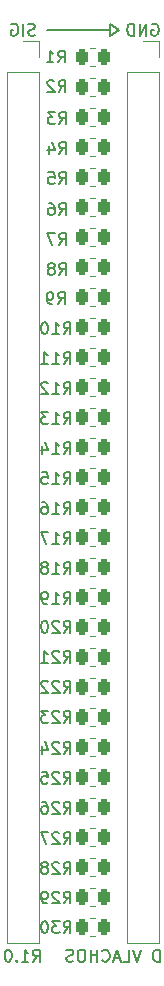
<source format=gbo>
G04 #@! TF.GenerationSoftware,KiCad,Pcbnew,7.0.6*
G04 #@! TF.CreationDate,2024-04-20T21:55:13+01:00*
G04 #@! TF.ProjectId,BreadboardIndicator,42726561-6462-46f6-9172-64496e646963,rev?*
G04 #@! TF.SameCoordinates,Original*
G04 #@! TF.FileFunction,Legend,Bot*
G04 #@! TF.FilePolarity,Positive*
%FSLAX46Y46*%
G04 Gerber Fmt 4.6, Leading zero omitted, Abs format (unit mm)*
G04 Created by KiCad (PCBNEW 7.0.6) date 2024-04-20 21:55:13*
%MOMM*%
%LPD*%
G01*
G04 APERTURE LIST*
G04 Aperture macros list*
%AMRoundRect*
0 Rectangle with rounded corners*
0 $1 Rounding radius*
0 $2 $3 $4 $5 $6 $7 $8 $9 X,Y pos of 4 corners*
0 Add a 4 corners polygon primitive as box body*
4,1,4,$2,$3,$4,$5,$6,$7,$8,$9,$2,$3,0*
0 Add four circle primitives for the rounded corners*
1,1,$1+$1,$2,$3*
1,1,$1+$1,$4,$5*
1,1,$1+$1,$6,$7*
1,1,$1+$1,$8,$9*
0 Add four rect primitives between the rounded corners*
20,1,$1+$1,$2,$3,$4,$5,0*
20,1,$1+$1,$4,$5,$6,$7,0*
20,1,$1+$1,$6,$7,$8,$9,0*
20,1,$1+$1,$8,$9,$2,$3,0*%
G04 Aperture macros list end*
%ADD10C,0.150000*%
%ADD11C,0.120000*%
%ADD12RoundRect,0.250000X-0.262500X-0.450000X0.262500X-0.450000X0.262500X0.450000X-0.262500X0.450000X0*%
%ADD13R,1.700000X1.700000*%
%ADD14O,1.700000X1.700000*%
G04 APERTURE END LIST*
D10*
X108106000Y-67724000D02*
X107344000Y-67216000D01*
X107344000Y-67216000D02*
X107344000Y-68232000D01*
X107344000Y-68232000D02*
X108106000Y-67724000D01*
X107344000Y-67724000D02*
X102010000Y-67724000D01*
X100847792Y-146587819D02*
X101181125Y-146111628D01*
X101419220Y-146587819D02*
X101419220Y-145587819D01*
X101419220Y-145587819D02*
X101038268Y-145587819D01*
X101038268Y-145587819D02*
X100943030Y-145635438D01*
X100943030Y-145635438D02*
X100895411Y-145683057D01*
X100895411Y-145683057D02*
X100847792Y-145778295D01*
X100847792Y-145778295D02*
X100847792Y-145921152D01*
X100847792Y-145921152D02*
X100895411Y-146016390D01*
X100895411Y-146016390D02*
X100943030Y-146064009D01*
X100943030Y-146064009D02*
X101038268Y-146111628D01*
X101038268Y-146111628D02*
X101419220Y-146111628D01*
X99895411Y-146587819D02*
X100466839Y-146587819D01*
X100181125Y-146587819D02*
X100181125Y-145587819D01*
X100181125Y-145587819D02*
X100276363Y-145730676D01*
X100276363Y-145730676D02*
X100371601Y-145825914D01*
X100371601Y-145825914D02*
X100466839Y-145873533D01*
X99466839Y-146492580D02*
X99419220Y-146540200D01*
X99419220Y-146540200D02*
X99466839Y-146587819D01*
X99466839Y-146587819D02*
X99514458Y-146540200D01*
X99514458Y-146540200D02*
X99466839Y-146492580D01*
X99466839Y-146492580D02*
X99466839Y-146587819D01*
X98800173Y-145587819D02*
X98704935Y-145587819D01*
X98704935Y-145587819D02*
X98609697Y-145635438D01*
X98609697Y-145635438D02*
X98562078Y-145683057D01*
X98562078Y-145683057D02*
X98514459Y-145778295D01*
X98514459Y-145778295D02*
X98466840Y-145968771D01*
X98466840Y-145968771D02*
X98466840Y-146206866D01*
X98466840Y-146206866D02*
X98514459Y-146397342D01*
X98514459Y-146397342D02*
X98562078Y-146492580D01*
X98562078Y-146492580D02*
X98609697Y-146540200D01*
X98609697Y-146540200D02*
X98704935Y-146587819D01*
X98704935Y-146587819D02*
X98800173Y-146587819D01*
X98800173Y-146587819D02*
X98895411Y-146540200D01*
X98895411Y-146540200D02*
X98943030Y-146492580D01*
X98943030Y-146492580D02*
X98990649Y-146397342D01*
X98990649Y-146397342D02*
X99038268Y-146206866D01*
X99038268Y-146206866D02*
X99038268Y-145968771D01*
X99038268Y-145968771D02*
X98990649Y-145778295D01*
X98990649Y-145778295D02*
X98943030Y-145683057D01*
X98943030Y-145683057D02*
X98895411Y-145635438D01*
X98895411Y-145635438D02*
X98800173Y-145587819D01*
X111579220Y-146587819D02*
X111579220Y-145587819D01*
X111579220Y-145587819D02*
X111341125Y-145587819D01*
X111341125Y-145587819D02*
X111198268Y-145635438D01*
X111198268Y-145635438D02*
X111103030Y-145730676D01*
X111103030Y-145730676D02*
X111055411Y-145825914D01*
X111055411Y-145825914D02*
X111007792Y-146016390D01*
X111007792Y-146016390D02*
X111007792Y-146159247D01*
X111007792Y-146159247D02*
X111055411Y-146349723D01*
X111055411Y-146349723D02*
X111103030Y-146444961D01*
X111103030Y-146444961D02*
X111198268Y-146540200D01*
X111198268Y-146540200D02*
X111341125Y-146587819D01*
X111341125Y-146587819D02*
X111579220Y-146587819D01*
X109960172Y-145587819D02*
X109626839Y-146587819D01*
X109626839Y-146587819D02*
X109293506Y-145587819D01*
X108483982Y-146587819D02*
X108960172Y-146587819D01*
X108960172Y-146587819D02*
X108960172Y-145587819D01*
X108198267Y-146302104D02*
X107722077Y-146302104D01*
X108293505Y-146587819D02*
X107960172Y-145587819D01*
X107960172Y-145587819D02*
X107626839Y-146587819D01*
X106722077Y-146492580D02*
X106769696Y-146540200D01*
X106769696Y-146540200D02*
X106912553Y-146587819D01*
X106912553Y-146587819D02*
X107007791Y-146587819D01*
X107007791Y-146587819D02*
X107150648Y-146540200D01*
X107150648Y-146540200D02*
X107245886Y-146444961D01*
X107245886Y-146444961D02*
X107293505Y-146349723D01*
X107293505Y-146349723D02*
X107341124Y-146159247D01*
X107341124Y-146159247D02*
X107341124Y-146016390D01*
X107341124Y-146016390D02*
X107293505Y-145825914D01*
X107293505Y-145825914D02*
X107245886Y-145730676D01*
X107245886Y-145730676D02*
X107150648Y-145635438D01*
X107150648Y-145635438D02*
X107007791Y-145587819D01*
X107007791Y-145587819D02*
X106912553Y-145587819D01*
X106912553Y-145587819D02*
X106769696Y-145635438D01*
X106769696Y-145635438D02*
X106722077Y-145683057D01*
X106293505Y-146587819D02*
X106293505Y-145587819D01*
X106293505Y-146064009D02*
X105722077Y-146064009D01*
X105722077Y-146587819D02*
X105722077Y-145587819D01*
X105055410Y-145587819D02*
X104864934Y-145587819D01*
X104864934Y-145587819D02*
X104769696Y-145635438D01*
X104769696Y-145635438D02*
X104674458Y-145730676D01*
X104674458Y-145730676D02*
X104626839Y-145921152D01*
X104626839Y-145921152D02*
X104626839Y-146254485D01*
X104626839Y-146254485D02*
X104674458Y-146444961D01*
X104674458Y-146444961D02*
X104769696Y-146540200D01*
X104769696Y-146540200D02*
X104864934Y-146587819D01*
X104864934Y-146587819D02*
X105055410Y-146587819D01*
X105055410Y-146587819D02*
X105150648Y-146540200D01*
X105150648Y-146540200D02*
X105245886Y-146444961D01*
X105245886Y-146444961D02*
X105293505Y-146254485D01*
X105293505Y-146254485D02*
X105293505Y-145921152D01*
X105293505Y-145921152D02*
X105245886Y-145730676D01*
X105245886Y-145730676D02*
X105150648Y-145635438D01*
X105150648Y-145635438D02*
X105055410Y-145587819D01*
X104245886Y-146540200D02*
X104103029Y-146587819D01*
X104103029Y-146587819D02*
X103864934Y-146587819D01*
X103864934Y-146587819D02*
X103769696Y-146540200D01*
X103769696Y-146540200D02*
X103722077Y-146492580D01*
X103722077Y-146492580D02*
X103674458Y-146397342D01*
X103674458Y-146397342D02*
X103674458Y-146302104D01*
X103674458Y-146302104D02*
X103722077Y-146206866D01*
X103722077Y-146206866D02*
X103769696Y-146159247D01*
X103769696Y-146159247D02*
X103864934Y-146111628D01*
X103864934Y-146111628D02*
X104055410Y-146064009D01*
X104055410Y-146064009D02*
X104150648Y-146016390D01*
X104150648Y-146016390D02*
X104198267Y-145968771D01*
X104198267Y-145968771D02*
X104245886Y-145873533D01*
X104245886Y-145873533D02*
X104245886Y-145778295D01*
X104245886Y-145778295D02*
X104198267Y-145683057D01*
X104198267Y-145683057D02*
X104150648Y-145635438D01*
X104150648Y-145635438D02*
X104055410Y-145587819D01*
X104055410Y-145587819D02*
X103817315Y-145587819D01*
X103817315Y-145587819D02*
X103674458Y-145635438D01*
X103442857Y-144154819D02*
X103776190Y-143678628D01*
X104014285Y-144154819D02*
X104014285Y-143154819D01*
X104014285Y-143154819D02*
X103633333Y-143154819D01*
X103633333Y-143154819D02*
X103538095Y-143202438D01*
X103538095Y-143202438D02*
X103490476Y-143250057D01*
X103490476Y-143250057D02*
X103442857Y-143345295D01*
X103442857Y-143345295D02*
X103442857Y-143488152D01*
X103442857Y-143488152D02*
X103490476Y-143583390D01*
X103490476Y-143583390D02*
X103538095Y-143631009D01*
X103538095Y-143631009D02*
X103633333Y-143678628D01*
X103633333Y-143678628D02*
X104014285Y-143678628D01*
X103109523Y-143154819D02*
X102490476Y-143154819D01*
X102490476Y-143154819D02*
X102823809Y-143535771D01*
X102823809Y-143535771D02*
X102680952Y-143535771D01*
X102680952Y-143535771D02*
X102585714Y-143583390D01*
X102585714Y-143583390D02*
X102538095Y-143631009D01*
X102538095Y-143631009D02*
X102490476Y-143726247D01*
X102490476Y-143726247D02*
X102490476Y-143964342D01*
X102490476Y-143964342D02*
X102538095Y-144059580D01*
X102538095Y-144059580D02*
X102585714Y-144107200D01*
X102585714Y-144107200D02*
X102680952Y-144154819D01*
X102680952Y-144154819D02*
X102966666Y-144154819D01*
X102966666Y-144154819D02*
X103061904Y-144107200D01*
X103061904Y-144107200D02*
X103109523Y-144059580D01*
X101871428Y-143154819D02*
X101776190Y-143154819D01*
X101776190Y-143154819D02*
X101680952Y-143202438D01*
X101680952Y-143202438D02*
X101633333Y-143250057D01*
X101633333Y-143250057D02*
X101585714Y-143345295D01*
X101585714Y-143345295D02*
X101538095Y-143535771D01*
X101538095Y-143535771D02*
X101538095Y-143773866D01*
X101538095Y-143773866D02*
X101585714Y-143964342D01*
X101585714Y-143964342D02*
X101633333Y-144059580D01*
X101633333Y-144059580D02*
X101680952Y-144107200D01*
X101680952Y-144107200D02*
X101776190Y-144154819D01*
X101776190Y-144154819D02*
X101871428Y-144154819D01*
X101871428Y-144154819D02*
X101966666Y-144107200D01*
X101966666Y-144107200D02*
X102014285Y-144059580D01*
X102014285Y-144059580D02*
X102061904Y-143964342D01*
X102061904Y-143964342D02*
X102109523Y-143773866D01*
X102109523Y-143773866D02*
X102109523Y-143535771D01*
X102109523Y-143535771D02*
X102061904Y-143345295D01*
X102061904Y-143345295D02*
X102014285Y-143250057D01*
X102014285Y-143250057D02*
X101966666Y-143202438D01*
X101966666Y-143202438D02*
X101871428Y-143154819D01*
X103442857Y-141654819D02*
X103776190Y-141178628D01*
X104014285Y-141654819D02*
X104014285Y-140654819D01*
X104014285Y-140654819D02*
X103633333Y-140654819D01*
X103633333Y-140654819D02*
X103538095Y-140702438D01*
X103538095Y-140702438D02*
X103490476Y-140750057D01*
X103490476Y-140750057D02*
X103442857Y-140845295D01*
X103442857Y-140845295D02*
X103442857Y-140988152D01*
X103442857Y-140988152D02*
X103490476Y-141083390D01*
X103490476Y-141083390D02*
X103538095Y-141131009D01*
X103538095Y-141131009D02*
X103633333Y-141178628D01*
X103633333Y-141178628D02*
X104014285Y-141178628D01*
X103061904Y-140750057D02*
X103014285Y-140702438D01*
X103014285Y-140702438D02*
X102919047Y-140654819D01*
X102919047Y-140654819D02*
X102680952Y-140654819D01*
X102680952Y-140654819D02*
X102585714Y-140702438D01*
X102585714Y-140702438D02*
X102538095Y-140750057D01*
X102538095Y-140750057D02*
X102490476Y-140845295D01*
X102490476Y-140845295D02*
X102490476Y-140940533D01*
X102490476Y-140940533D02*
X102538095Y-141083390D01*
X102538095Y-141083390D02*
X103109523Y-141654819D01*
X103109523Y-141654819D02*
X102490476Y-141654819D01*
X102014285Y-141654819D02*
X101823809Y-141654819D01*
X101823809Y-141654819D02*
X101728571Y-141607200D01*
X101728571Y-141607200D02*
X101680952Y-141559580D01*
X101680952Y-141559580D02*
X101585714Y-141416723D01*
X101585714Y-141416723D02*
X101538095Y-141226247D01*
X101538095Y-141226247D02*
X101538095Y-140845295D01*
X101538095Y-140845295D02*
X101585714Y-140750057D01*
X101585714Y-140750057D02*
X101633333Y-140702438D01*
X101633333Y-140702438D02*
X101728571Y-140654819D01*
X101728571Y-140654819D02*
X101919047Y-140654819D01*
X101919047Y-140654819D02*
X102014285Y-140702438D01*
X102014285Y-140702438D02*
X102061904Y-140750057D01*
X102061904Y-140750057D02*
X102109523Y-140845295D01*
X102109523Y-140845295D02*
X102109523Y-141083390D01*
X102109523Y-141083390D02*
X102061904Y-141178628D01*
X102061904Y-141178628D02*
X102014285Y-141226247D01*
X102014285Y-141226247D02*
X101919047Y-141273866D01*
X101919047Y-141273866D02*
X101728571Y-141273866D01*
X101728571Y-141273866D02*
X101633333Y-141226247D01*
X101633333Y-141226247D02*
X101585714Y-141178628D01*
X101585714Y-141178628D02*
X101538095Y-141083390D01*
X103442857Y-139154819D02*
X103776190Y-138678628D01*
X104014285Y-139154819D02*
X104014285Y-138154819D01*
X104014285Y-138154819D02*
X103633333Y-138154819D01*
X103633333Y-138154819D02*
X103538095Y-138202438D01*
X103538095Y-138202438D02*
X103490476Y-138250057D01*
X103490476Y-138250057D02*
X103442857Y-138345295D01*
X103442857Y-138345295D02*
X103442857Y-138488152D01*
X103442857Y-138488152D02*
X103490476Y-138583390D01*
X103490476Y-138583390D02*
X103538095Y-138631009D01*
X103538095Y-138631009D02*
X103633333Y-138678628D01*
X103633333Y-138678628D02*
X104014285Y-138678628D01*
X103061904Y-138250057D02*
X103014285Y-138202438D01*
X103014285Y-138202438D02*
X102919047Y-138154819D01*
X102919047Y-138154819D02*
X102680952Y-138154819D01*
X102680952Y-138154819D02*
X102585714Y-138202438D01*
X102585714Y-138202438D02*
X102538095Y-138250057D01*
X102538095Y-138250057D02*
X102490476Y-138345295D01*
X102490476Y-138345295D02*
X102490476Y-138440533D01*
X102490476Y-138440533D02*
X102538095Y-138583390D01*
X102538095Y-138583390D02*
X103109523Y-139154819D01*
X103109523Y-139154819D02*
X102490476Y-139154819D01*
X101919047Y-138583390D02*
X102014285Y-138535771D01*
X102014285Y-138535771D02*
X102061904Y-138488152D01*
X102061904Y-138488152D02*
X102109523Y-138392914D01*
X102109523Y-138392914D02*
X102109523Y-138345295D01*
X102109523Y-138345295D02*
X102061904Y-138250057D01*
X102061904Y-138250057D02*
X102014285Y-138202438D01*
X102014285Y-138202438D02*
X101919047Y-138154819D01*
X101919047Y-138154819D02*
X101728571Y-138154819D01*
X101728571Y-138154819D02*
X101633333Y-138202438D01*
X101633333Y-138202438D02*
X101585714Y-138250057D01*
X101585714Y-138250057D02*
X101538095Y-138345295D01*
X101538095Y-138345295D02*
X101538095Y-138392914D01*
X101538095Y-138392914D02*
X101585714Y-138488152D01*
X101585714Y-138488152D02*
X101633333Y-138535771D01*
X101633333Y-138535771D02*
X101728571Y-138583390D01*
X101728571Y-138583390D02*
X101919047Y-138583390D01*
X101919047Y-138583390D02*
X102014285Y-138631009D01*
X102014285Y-138631009D02*
X102061904Y-138678628D01*
X102061904Y-138678628D02*
X102109523Y-138773866D01*
X102109523Y-138773866D02*
X102109523Y-138964342D01*
X102109523Y-138964342D02*
X102061904Y-139059580D01*
X102061904Y-139059580D02*
X102014285Y-139107200D01*
X102014285Y-139107200D02*
X101919047Y-139154819D01*
X101919047Y-139154819D02*
X101728571Y-139154819D01*
X101728571Y-139154819D02*
X101633333Y-139107200D01*
X101633333Y-139107200D02*
X101585714Y-139059580D01*
X101585714Y-139059580D02*
X101538095Y-138964342D01*
X101538095Y-138964342D02*
X101538095Y-138773866D01*
X101538095Y-138773866D02*
X101585714Y-138678628D01*
X101585714Y-138678628D02*
X101633333Y-138631009D01*
X101633333Y-138631009D02*
X101728571Y-138583390D01*
X103442857Y-136614819D02*
X103776190Y-136138628D01*
X104014285Y-136614819D02*
X104014285Y-135614819D01*
X104014285Y-135614819D02*
X103633333Y-135614819D01*
X103633333Y-135614819D02*
X103538095Y-135662438D01*
X103538095Y-135662438D02*
X103490476Y-135710057D01*
X103490476Y-135710057D02*
X103442857Y-135805295D01*
X103442857Y-135805295D02*
X103442857Y-135948152D01*
X103442857Y-135948152D02*
X103490476Y-136043390D01*
X103490476Y-136043390D02*
X103538095Y-136091009D01*
X103538095Y-136091009D02*
X103633333Y-136138628D01*
X103633333Y-136138628D02*
X104014285Y-136138628D01*
X103061904Y-135710057D02*
X103014285Y-135662438D01*
X103014285Y-135662438D02*
X102919047Y-135614819D01*
X102919047Y-135614819D02*
X102680952Y-135614819D01*
X102680952Y-135614819D02*
X102585714Y-135662438D01*
X102585714Y-135662438D02*
X102538095Y-135710057D01*
X102538095Y-135710057D02*
X102490476Y-135805295D01*
X102490476Y-135805295D02*
X102490476Y-135900533D01*
X102490476Y-135900533D02*
X102538095Y-136043390D01*
X102538095Y-136043390D02*
X103109523Y-136614819D01*
X103109523Y-136614819D02*
X102490476Y-136614819D01*
X102157142Y-135614819D02*
X101490476Y-135614819D01*
X101490476Y-135614819D02*
X101919047Y-136614819D01*
X103442857Y-134054819D02*
X103776190Y-133578628D01*
X104014285Y-134054819D02*
X104014285Y-133054819D01*
X104014285Y-133054819D02*
X103633333Y-133054819D01*
X103633333Y-133054819D02*
X103538095Y-133102438D01*
X103538095Y-133102438D02*
X103490476Y-133150057D01*
X103490476Y-133150057D02*
X103442857Y-133245295D01*
X103442857Y-133245295D02*
X103442857Y-133388152D01*
X103442857Y-133388152D02*
X103490476Y-133483390D01*
X103490476Y-133483390D02*
X103538095Y-133531009D01*
X103538095Y-133531009D02*
X103633333Y-133578628D01*
X103633333Y-133578628D02*
X104014285Y-133578628D01*
X103061904Y-133150057D02*
X103014285Y-133102438D01*
X103014285Y-133102438D02*
X102919047Y-133054819D01*
X102919047Y-133054819D02*
X102680952Y-133054819D01*
X102680952Y-133054819D02*
X102585714Y-133102438D01*
X102585714Y-133102438D02*
X102538095Y-133150057D01*
X102538095Y-133150057D02*
X102490476Y-133245295D01*
X102490476Y-133245295D02*
X102490476Y-133340533D01*
X102490476Y-133340533D02*
X102538095Y-133483390D01*
X102538095Y-133483390D02*
X103109523Y-134054819D01*
X103109523Y-134054819D02*
X102490476Y-134054819D01*
X101633333Y-133054819D02*
X101823809Y-133054819D01*
X101823809Y-133054819D02*
X101919047Y-133102438D01*
X101919047Y-133102438D02*
X101966666Y-133150057D01*
X101966666Y-133150057D02*
X102061904Y-133292914D01*
X102061904Y-133292914D02*
X102109523Y-133483390D01*
X102109523Y-133483390D02*
X102109523Y-133864342D01*
X102109523Y-133864342D02*
X102061904Y-133959580D01*
X102061904Y-133959580D02*
X102014285Y-134007200D01*
X102014285Y-134007200D02*
X101919047Y-134054819D01*
X101919047Y-134054819D02*
X101728571Y-134054819D01*
X101728571Y-134054819D02*
X101633333Y-134007200D01*
X101633333Y-134007200D02*
X101585714Y-133959580D01*
X101585714Y-133959580D02*
X101538095Y-133864342D01*
X101538095Y-133864342D02*
X101538095Y-133626247D01*
X101538095Y-133626247D02*
X101585714Y-133531009D01*
X101585714Y-133531009D02*
X101633333Y-133483390D01*
X101633333Y-133483390D02*
X101728571Y-133435771D01*
X101728571Y-133435771D02*
X101919047Y-133435771D01*
X101919047Y-133435771D02*
X102014285Y-133483390D01*
X102014285Y-133483390D02*
X102061904Y-133531009D01*
X102061904Y-133531009D02*
X102109523Y-133626247D01*
X103442857Y-131514819D02*
X103776190Y-131038628D01*
X104014285Y-131514819D02*
X104014285Y-130514819D01*
X104014285Y-130514819D02*
X103633333Y-130514819D01*
X103633333Y-130514819D02*
X103538095Y-130562438D01*
X103538095Y-130562438D02*
X103490476Y-130610057D01*
X103490476Y-130610057D02*
X103442857Y-130705295D01*
X103442857Y-130705295D02*
X103442857Y-130848152D01*
X103442857Y-130848152D02*
X103490476Y-130943390D01*
X103490476Y-130943390D02*
X103538095Y-130991009D01*
X103538095Y-130991009D02*
X103633333Y-131038628D01*
X103633333Y-131038628D02*
X104014285Y-131038628D01*
X103061904Y-130610057D02*
X103014285Y-130562438D01*
X103014285Y-130562438D02*
X102919047Y-130514819D01*
X102919047Y-130514819D02*
X102680952Y-130514819D01*
X102680952Y-130514819D02*
X102585714Y-130562438D01*
X102585714Y-130562438D02*
X102538095Y-130610057D01*
X102538095Y-130610057D02*
X102490476Y-130705295D01*
X102490476Y-130705295D02*
X102490476Y-130800533D01*
X102490476Y-130800533D02*
X102538095Y-130943390D01*
X102538095Y-130943390D02*
X103109523Y-131514819D01*
X103109523Y-131514819D02*
X102490476Y-131514819D01*
X101585714Y-130514819D02*
X102061904Y-130514819D01*
X102061904Y-130514819D02*
X102109523Y-130991009D01*
X102109523Y-130991009D02*
X102061904Y-130943390D01*
X102061904Y-130943390D02*
X101966666Y-130895771D01*
X101966666Y-130895771D02*
X101728571Y-130895771D01*
X101728571Y-130895771D02*
X101633333Y-130943390D01*
X101633333Y-130943390D02*
X101585714Y-130991009D01*
X101585714Y-130991009D02*
X101538095Y-131086247D01*
X101538095Y-131086247D02*
X101538095Y-131324342D01*
X101538095Y-131324342D02*
X101585714Y-131419580D01*
X101585714Y-131419580D02*
X101633333Y-131467200D01*
X101633333Y-131467200D02*
X101728571Y-131514819D01*
X101728571Y-131514819D02*
X101966666Y-131514819D01*
X101966666Y-131514819D02*
X102061904Y-131467200D01*
X102061904Y-131467200D02*
X102109523Y-131419580D01*
X103442857Y-128974819D02*
X103776190Y-128498628D01*
X104014285Y-128974819D02*
X104014285Y-127974819D01*
X104014285Y-127974819D02*
X103633333Y-127974819D01*
X103633333Y-127974819D02*
X103538095Y-128022438D01*
X103538095Y-128022438D02*
X103490476Y-128070057D01*
X103490476Y-128070057D02*
X103442857Y-128165295D01*
X103442857Y-128165295D02*
X103442857Y-128308152D01*
X103442857Y-128308152D02*
X103490476Y-128403390D01*
X103490476Y-128403390D02*
X103538095Y-128451009D01*
X103538095Y-128451009D02*
X103633333Y-128498628D01*
X103633333Y-128498628D02*
X104014285Y-128498628D01*
X103061904Y-128070057D02*
X103014285Y-128022438D01*
X103014285Y-128022438D02*
X102919047Y-127974819D01*
X102919047Y-127974819D02*
X102680952Y-127974819D01*
X102680952Y-127974819D02*
X102585714Y-128022438D01*
X102585714Y-128022438D02*
X102538095Y-128070057D01*
X102538095Y-128070057D02*
X102490476Y-128165295D01*
X102490476Y-128165295D02*
X102490476Y-128260533D01*
X102490476Y-128260533D02*
X102538095Y-128403390D01*
X102538095Y-128403390D02*
X103109523Y-128974819D01*
X103109523Y-128974819D02*
X102490476Y-128974819D01*
X101633333Y-128308152D02*
X101633333Y-128974819D01*
X101871428Y-127927200D02*
X102109523Y-128641485D01*
X102109523Y-128641485D02*
X101490476Y-128641485D01*
X103442857Y-126354819D02*
X103776190Y-125878628D01*
X104014285Y-126354819D02*
X104014285Y-125354819D01*
X104014285Y-125354819D02*
X103633333Y-125354819D01*
X103633333Y-125354819D02*
X103538095Y-125402438D01*
X103538095Y-125402438D02*
X103490476Y-125450057D01*
X103490476Y-125450057D02*
X103442857Y-125545295D01*
X103442857Y-125545295D02*
X103442857Y-125688152D01*
X103442857Y-125688152D02*
X103490476Y-125783390D01*
X103490476Y-125783390D02*
X103538095Y-125831009D01*
X103538095Y-125831009D02*
X103633333Y-125878628D01*
X103633333Y-125878628D02*
X104014285Y-125878628D01*
X103061904Y-125450057D02*
X103014285Y-125402438D01*
X103014285Y-125402438D02*
X102919047Y-125354819D01*
X102919047Y-125354819D02*
X102680952Y-125354819D01*
X102680952Y-125354819D02*
X102585714Y-125402438D01*
X102585714Y-125402438D02*
X102538095Y-125450057D01*
X102538095Y-125450057D02*
X102490476Y-125545295D01*
X102490476Y-125545295D02*
X102490476Y-125640533D01*
X102490476Y-125640533D02*
X102538095Y-125783390D01*
X102538095Y-125783390D02*
X103109523Y-126354819D01*
X103109523Y-126354819D02*
X102490476Y-126354819D01*
X102157142Y-125354819D02*
X101538095Y-125354819D01*
X101538095Y-125354819D02*
X101871428Y-125735771D01*
X101871428Y-125735771D02*
X101728571Y-125735771D01*
X101728571Y-125735771D02*
X101633333Y-125783390D01*
X101633333Y-125783390D02*
X101585714Y-125831009D01*
X101585714Y-125831009D02*
X101538095Y-125926247D01*
X101538095Y-125926247D02*
X101538095Y-126164342D01*
X101538095Y-126164342D02*
X101585714Y-126259580D01*
X101585714Y-126259580D02*
X101633333Y-126307200D01*
X101633333Y-126307200D02*
X101728571Y-126354819D01*
X101728571Y-126354819D02*
X102014285Y-126354819D01*
X102014285Y-126354819D02*
X102109523Y-126307200D01*
X102109523Y-126307200D02*
X102157142Y-126259580D01*
X103442857Y-123814819D02*
X103776190Y-123338628D01*
X104014285Y-123814819D02*
X104014285Y-122814819D01*
X104014285Y-122814819D02*
X103633333Y-122814819D01*
X103633333Y-122814819D02*
X103538095Y-122862438D01*
X103538095Y-122862438D02*
X103490476Y-122910057D01*
X103490476Y-122910057D02*
X103442857Y-123005295D01*
X103442857Y-123005295D02*
X103442857Y-123148152D01*
X103442857Y-123148152D02*
X103490476Y-123243390D01*
X103490476Y-123243390D02*
X103538095Y-123291009D01*
X103538095Y-123291009D02*
X103633333Y-123338628D01*
X103633333Y-123338628D02*
X104014285Y-123338628D01*
X103061904Y-122910057D02*
X103014285Y-122862438D01*
X103014285Y-122862438D02*
X102919047Y-122814819D01*
X102919047Y-122814819D02*
X102680952Y-122814819D01*
X102680952Y-122814819D02*
X102585714Y-122862438D01*
X102585714Y-122862438D02*
X102538095Y-122910057D01*
X102538095Y-122910057D02*
X102490476Y-123005295D01*
X102490476Y-123005295D02*
X102490476Y-123100533D01*
X102490476Y-123100533D02*
X102538095Y-123243390D01*
X102538095Y-123243390D02*
X103109523Y-123814819D01*
X103109523Y-123814819D02*
X102490476Y-123814819D01*
X102109523Y-122910057D02*
X102061904Y-122862438D01*
X102061904Y-122862438D02*
X101966666Y-122814819D01*
X101966666Y-122814819D02*
X101728571Y-122814819D01*
X101728571Y-122814819D02*
X101633333Y-122862438D01*
X101633333Y-122862438D02*
X101585714Y-122910057D01*
X101585714Y-122910057D02*
X101538095Y-123005295D01*
X101538095Y-123005295D02*
X101538095Y-123100533D01*
X101538095Y-123100533D02*
X101585714Y-123243390D01*
X101585714Y-123243390D02*
X102157142Y-123814819D01*
X102157142Y-123814819D02*
X101538095Y-123814819D01*
X103442857Y-121274819D02*
X103776190Y-120798628D01*
X104014285Y-121274819D02*
X104014285Y-120274819D01*
X104014285Y-120274819D02*
X103633333Y-120274819D01*
X103633333Y-120274819D02*
X103538095Y-120322438D01*
X103538095Y-120322438D02*
X103490476Y-120370057D01*
X103490476Y-120370057D02*
X103442857Y-120465295D01*
X103442857Y-120465295D02*
X103442857Y-120608152D01*
X103442857Y-120608152D02*
X103490476Y-120703390D01*
X103490476Y-120703390D02*
X103538095Y-120751009D01*
X103538095Y-120751009D02*
X103633333Y-120798628D01*
X103633333Y-120798628D02*
X104014285Y-120798628D01*
X103061904Y-120370057D02*
X103014285Y-120322438D01*
X103014285Y-120322438D02*
X102919047Y-120274819D01*
X102919047Y-120274819D02*
X102680952Y-120274819D01*
X102680952Y-120274819D02*
X102585714Y-120322438D01*
X102585714Y-120322438D02*
X102538095Y-120370057D01*
X102538095Y-120370057D02*
X102490476Y-120465295D01*
X102490476Y-120465295D02*
X102490476Y-120560533D01*
X102490476Y-120560533D02*
X102538095Y-120703390D01*
X102538095Y-120703390D02*
X103109523Y-121274819D01*
X103109523Y-121274819D02*
X102490476Y-121274819D01*
X101538095Y-121274819D02*
X102109523Y-121274819D01*
X101823809Y-121274819D02*
X101823809Y-120274819D01*
X101823809Y-120274819D02*
X101919047Y-120417676D01*
X101919047Y-120417676D02*
X102014285Y-120512914D01*
X102014285Y-120512914D02*
X102109523Y-120560533D01*
X103442857Y-118734819D02*
X103776190Y-118258628D01*
X104014285Y-118734819D02*
X104014285Y-117734819D01*
X104014285Y-117734819D02*
X103633333Y-117734819D01*
X103633333Y-117734819D02*
X103538095Y-117782438D01*
X103538095Y-117782438D02*
X103490476Y-117830057D01*
X103490476Y-117830057D02*
X103442857Y-117925295D01*
X103442857Y-117925295D02*
X103442857Y-118068152D01*
X103442857Y-118068152D02*
X103490476Y-118163390D01*
X103490476Y-118163390D02*
X103538095Y-118211009D01*
X103538095Y-118211009D02*
X103633333Y-118258628D01*
X103633333Y-118258628D02*
X104014285Y-118258628D01*
X103061904Y-117830057D02*
X103014285Y-117782438D01*
X103014285Y-117782438D02*
X102919047Y-117734819D01*
X102919047Y-117734819D02*
X102680952Y-117734819D01*
X102680952Y-117734819D02*
X102585714Y-117782438D01*
X102585714Y-117782438D02*
X102538095Y-117830057D01*
X102538095Y-117830057D02*
X102490476Y-117925295D01*
X102490476Y-117925295D02*
X102490476Y-118020533D01*
X102490476Y-118020533D02*
X102538095Y-118163390D01*
X102538095Y-118163390D02*
X103109523Y-118734819D01*
X103109523Y-118734819D02*
X102490476Y-118734819D01*
X101871428Y-117734819D02*
X101776190Y-117734819D01*
X101776190Y-117734819D02*
X101680952Y-117782438D01*
X101680952Y-117782438D02*
X101633333Y-117830057D01*
X101633333Y-117830057D02*
X101585714Y-117925295D01*
X101585714Y-117925295D02*
X101538095Y-118115771D01*
X101538095Y-118115771D02*
X101538095Y-118353866D01*
X101538095Y-118353866D02*
X101585714Y-118544342D01*
X101585714Y-118544342D02*
X101633333Y-118639580D01*
X101633333Y-118639580D02*
X101680952Y-118687200D01*
X101680952Y-118687200D02*
X101776190Y-118734819D01*
X101776190Y-118734819D02*
X101871428Y-118734819D01*
X101871428Y-118734819D02*
X101966666Y-118687200D01*
X101966666Y-118687200D02*
X102014285Y-118639580D01*
X102014285Y-118639580D02*
X102061904Y-118544342D01*
X102061904Y-118544342D02*
X102109523Y-118353866D01*
X102109523Y-118353866D02*
X102109523Y-118115771D01*
X102109523Y-118115771D02*
X102061904Y-117925295D01*
X102061904Y-117925295D02*
X102014285Y-117830057D01*
X102014285Y-117830057D02*
X101966666Y-117782438D01*
X101966666Y-117782438D02*
X101871428Y-117734819D01*
X103442857Y-116294819D02*
X103776190Y-115818628D01*
X104014285Y-116294819D02*
X104014285Y-115294819D01*
X104014285Y-115294819D02*
X103633333Y-115294819D01*
X103633333Y-115294819D02*
X103538095Y-115342438D01*
X103538095Y-115342438D02*
X103490476Y-115390057D01*
X103490476Y-115390057D02*
X103442857Y-115485295D01*
X103442857Y-115485295D02*
X103442857Y-115628152D01*
X103442857Y-115628152D02*
X103490476Y-115723390D01*
X103490476Y-115723390D02*
X103538095Y-115771009D01*
X103538095Y-115771009D02*
X103633333Y-115818628D01*
X103633333Y-115818628D02*
X104014285Y-115818628D01*
X102490476Y-116294819D02*
X103061904Y-116294819D01*
X102776190Y-116294819D02*
X102776190Y-115294819D01*
X102776190Y-115294819D02*
X102871428Y-115437676D01*
X102871428Y-115437676D02*
X102966666Y-115532914D01*
X102966666Y-115532914D02*
X103061904Y-115580533D01*
X102014285Y-116294819D02*
X101823809Y-116294819D01*
X101823809Y-116294819D02*
X101728571Y-116247200D01*
X101728571Y-116247200D02*
X101680952Y-116199580D01*
X101680952Y-116199580D02*
X101585714Y-116056723D01*
X101585714Y-116056723D02*
X101538095Y-115866247D01*
X101538095Y-115866247D02*
X101538095Y-115485295D01*
X101538095Y-115485295D02*
X101585714Y-115390057D01*
X101585714Y-115390057D02*
X101633333Y-115342438D01*
X101633333Y-115342438D02*
X101728571Y-115294819D01*
X101728571Y-115294819D02*
X101919047Y-115294819D01*
X101919047Y-115294819D02*
X102014285Y-115342438D01*
X102014285Y-115342438D02*
X102061904Y-115390057D01*
X102061904Y-115390057D02*
X102109523Y-115485295D01*
X102109523Y-115485295D02*
X102109523Y-115723390D01*
X102109523Y-115723390D02*
X102061904Y-115818628D01*
X102061904Y-115818628D02*
X102014285Y-115866247D01*
X102014285Y-115866247D02*
X101919047Y-115913866D01*
X101919047Y-115913866D02*
X101728571Y-115913866D01*
X101728571Y-115913866D02*
X101633333Y-115866247D01*
X101633333Y-115866247D02*
X101585714Y-115818628D01*
X101585714Y-115818628D02*
X101538095Y-115723390D01*
X103442857Y-113754819D02*
X103776190Y-113278628D01*
X104014285Y-113754819D02*
X104014285Y-112754819D01*
X104014285Y-112754819D02*
X103633333Y-112754819D01*
X103633333Y-112754819D02*
X103538095Y-112802438D01*
X103538095Y-112802438D02*
X103490476Y-112850057D01*
X103490476Y-112850057D02*
X103442857Y-112945295D01*
X103442857Y-112945295D02*
X103442857Y-113088152D01*
X103442857Y-113088152D02*
X103490476Y-113183390D01*
X103490476Y-113183390D02*
X103538095Y-113231009D01*
X103538095Y-113231009D02*
X103633333Y-113278628D01*
X103633333Y-113278628D02*
X104014285Y-113278628D01*
X102490476Y-113754819D02*
X103061904Y-113754819D01*
X102776190Y-113754819D02*
X102776190Y-112754819D01*
X102776190Y-112754819D02*
X102871428Y-112897676D01*
X102871428Y-112897676D02*
X102966666Y-112992914D01*
X102966666Y-112992914D02*
X103061904Y-113040533D01*
X101919047Y-113183390D02*
X102014285Y-113135771D01*
X102014285Y-113135771D02*
X102061904Y-113088152D01*
X102061904Y-113088152D02*
X102109523Y-112992914D01*
X102109523Y-112992914D02*
X102109523Y-112945295D01*
X102109523Y-112945295D02*
X102061904Y-112850057D01*
X102061904Y-112850057D02*
X102014285Y-112802438D01*
X102014285Y-112802438D02*
X101919047Y-112754819D01*
X101919047Y-112754819D02*
X101728571Y-112754819D01*
X101728571Y-112754819D02*
X101633333Y-112802438D01*
X101633333Y-112802438D02*
X101585714Y-112850057D01*
X101585714Y-112850057D02*
X101538095Y-112945295D01*
X101538095Y-112945295D02*
X101538095Y-112992914D01*
X101538095Y-112992914D02*
X101585714Y-113088152D01*
X101585714Y-113088152D02*
X101633333Y-113135771D01*
X101633333Y-113135771D02*
X101728571Y-113183390D01*
X101728571Y-113183390D02*
X101919047Y-113183390D01*
X101919047Y-113183390D02*
X102014285Y-113231009D01*
X102014285Y-113231009D02*
X102061904Y-113278628D01*
X102061904Y-113278628D02*
X102109523Y-113373866D01*
X102109523Y-113373866D02*
X102109523Y-113564342D01*
X102109523Y-113564342D02*
X102061904Y-113659580D01*
X102061904Y-113659580D02*
X102014285Y-113707200D01*
X102014285Y-113707200D02*
X101919047Y-113754819D01*
X101919047Y-113754819D02*
X101728571Y-113754819D01*
X101728571Y-113754819D02*
X101633333Y-113707200D01*
X101633333Y-113707200D02*
X101585714Y-113659580D01*
X101585714Y-113659580D02*
X101538095Y-113564342D01*
X101538095Y-113564342D02*
X101538095Y-113373866D01*
X101538095Y-113373866D02*
X101585714Y-113278628D01*
X101585714Y-113278628D02*
X101633333Y-113231009D01*
X101633333Y-113231009D02*
X101728571Y-113183390D01*
X103442857Y-111214819D02*
X103776190Y-110738628D01*
X104014285Y-111214819D02*
X104014285Y-110214819D01*
X104014285Y-110214819D02*
X103633333Y-110214819D01*
X103633333Y-110214819D02*
X103538095Y-110262438D01*
X103538095Y-110262438D02*
X103490476Y-110310057D01*
X103490476Y-110310057D02*
X103442857Y-110405295D01*
X103442857Y-110405295D02*
X103442857Y-110548152D01*
X103442857Y-110548152D02*
X103490476Y-110643390D01*
X103490476Y-110643390D02*
X103538095Y-110691009D01*
X103538095Y-110691009D02*
X103633333Y-110738628D01*
X103633333Y-110738628D02*
X104014285Y-110738628D01*
X102490476Y-111214819D02*
X103061904Y-111214819D01*
X102776190Y-111214819D02*
X102776190Y-110214819D01*
X102776190Y-110214819D02*
X102871428Y-110357676D01*
X102871428Y-110357676D02*
X102966666Y-110452914D01*
X102966666Y-110452914D02*
X103061904Y-110500533D01*
X102157142Y-110214819D02*
X101490476Y-110214819D01*
X101490476Y-110214819D02*
X101919047Y-111214819D01*
X103442857Y-108674819D02*
X103776190Y-108198628D01*
X104014285Y-108674819D02*
X104014285Y-107674819D01*
X104014285Y-107674819D02*
X103633333Y-107674819D01*
X103633333Y-107674819D02*
X103538095Y-107722438D01*
X103538095Y-107722438D02*
X103490476Y-107770057D01*
X103490476Y-107770057D02*
X103442857Y-107865295D01*
X103442857Y-107865295D02*
X103442857Y-108008152D01*
X103442857Y-108008152D02*
X103490476Y-108103390D01*
X103490476Y-108103390D02*
X103538095Y-108151009D01*
X103538095Y-108151009D02*
X103633333Y-108198628D01*
X103633333Y-108198628D02*
X104014285Y-108198628D01*
X102490476Y-108674819D02*
X103061904Y-108674819D01*
X102776190Y-108674819D02*
X102776190Y-107674819D01*
X102776190Y-107674819D02*
X102871428Y-107817676D01*
X102871428Y-107817676D02*
X102966666Y-107912914D01*
X102966666Y-107912914D02*
X103061904Y-107960533D01*
X101633333Y-107674819D02*
X101823809Y-107674819D01*
X101823809Y-107674819D02*
X101919047Y-107722438D01*
X101919047Y-107722438D02*
X101966666Y-107770057D01*
X101966666Y-107770057D02*
X102061904Y-107912914D01*
X102061904Y-107912914D02*
X102109523Y-108103390D01*
X102109523Y-108103390D02*
X102109523Y-108484342D01*
X102109523Y-108484342D02*
X102061904Y-108579580D01*
X102061904Y-108579580D02*
X102014285Y-108627200D01*
X102014285Y-108627200D02*
X101919047Y-108674819D01*
X101919047Y-108674819D02*
X101728571Y-108674819D01*
X101728571Y-108674819D02*
X101633333Y-108627200D01*
X101633333Y-108627200D02*
X101585714Y-108579580D01*
X101585714Y-108579580D02*
X101538095Y-108484342D01*
X101538095Y-108484342D02*
X101538095Y-108246247D01*
X101538095Y-108246247D02*
X101585714Y-108151009D01*
X101585714Y-108151009D02*
X101633333Y-108103390D01*
X101633333Y-108103390D02*
X101728571Y-108055771D01*
X101728571Y-108055771D02*
X101919047Y-108055771D01*
X101919047Y-108055771D02*
X102014285Y-108103390D01*
X102014285Y-108103390D02*
X102061904Y-108151009D01*
X102061904Y-108151009D02*
X102109523Y-108246247D01*
X103442857Y-106154819D02*
X103776190Y-105678628D01*
X104014285Y-106154819D02*
X104014285Y-105154819D01*
X104014285Y-105154819D02*
X103633333Y-105154819D01*
X103633333Y-105154819D02*
X103538095Y-105202438D01*
X103538095Y-105202438D02*
X103490476Y-105250057D01*
X103490476Y-105250057D02*
X103442857Y-105345295D01*
X103442857Y-105345295D02*
X103442857Y-105488152D01*
X103442857Y-105488152D02*
X103490476Y-105583390D01*
X103490476Y-105583390D02*
X103538095Y-105631009D01*
X103538095Y-105631009D02*
X103633333Y-105678628D01*
X103633333Y-105678628D02*
X104014285Y-105678628D01*
X102490476Y-106154819D02*
X103061904Y-106154819D01*
X102776190Y-106154819D02*
X102776190Y-105154819D01*
X102776190Y-105154819D02*
X102871428Y-105297676D01*
X102871428Y-105297676D02*
X102966666Y-105392914D01*
X102966666Y-105392914D02*
X103061904Y-105440533D01*
X101585714Y-105154819D02*
X102061904Y-105154819D01*
X102061904Y-105154819D02*
X102109523Y-105631009D01*
X102109523Y-105631009D02*
X102061904Y-105583390D01*
X102061904Y-105583390D02*
X101966666Y-105535771D01*
X101966666Y-105535771D02*
X101728571Y-105535771D01*
X101728571Y-105535771D02*
X101633333Y-105583390D01*
X101633333Y-105583390D02*
X101585714Y-105631009D01*
X101585714Y-105631009D02*
X101538095Y-105726247D01*
X101538095Y-105726247D02*
X101538095Y-105964342D01*
X101538095Y-105964342D02*
X101585714Y-106059580D01*
X101585714Y-106059580D02*
X101633333Y-106107200D01*
X101633333Y-106107200D02*
X101728571Y-106154819D01*
X101728571Y-106154819D02*
X101966666Y-106154819D01*
X101966666Y-106154819D02*
X102061904Y-106107200D01*
X102061904Y-106107200D02*
X102109523Y-106059580D01*
X103442857Y-103614819D02*
X103776190Y-103138628D01*
X104014285Y-103614819D02*
X104014285Y-102614819D01*
X104014285Y-102614819D02*
X103633333Y-102614819D01*
X103633333Y-102614819D02*
X103538095Y-102662438D01*
X103538095Y-102662438D02*
X103490476Y-102710057D01*
X103490476Y-102710057D02*
X103442857Y-102805295D01*
X103442857Y-102805295D02*
X103442857Y-102948152D01*
X103442857Y-102948152D02*
X103490476Y-103043390D01*
X103490476Y-103043390D02*
X103538095Y-103091009D01*
X103538095Y-103091009D02*
X103633333Y-103138628D01*
X103633333Y-103138628D02*
X104014285Y-103138628D01*
X102490476Y-103614819D02*
X103061904Y-103614819D01*
X102776190Y-103614819D02*
X102776190Y-102614819D01*
X102776190Y-102614819D02*
X102871428Y-102757676D01*
X102871428Y-102757676D02*
X102966666Y-102852914D01*
X102966666Y-102852914D02*
X103061904Y-102900533D01*
X101633333Y-102948152D02*
X101633333Y-103614819D01*
X101871428Y-102567200D02*
X102109523Y-103281485D01*
X102109523Y-103281485D02*
X101490476Y-103281485D01*
X103442857Y-101054819D02*
X103776190Y-100578628D01*
X104014285Y-101054819D02*
X104014285Y-100054819D01*
X104014285Y-100054819D02*
X103633333Y-100054819D01*
X103633333Y-100054819D02*
X103538095Y-100102438D01*
X103538095Y-100102438D02*
X103490476Y-100150057D01*
X103490476Y-100150057D02*
X103442857Y-100245295D01*
X103442857Y-100245295D02*
X103442857Y-100388152D01*
X103442857Y-100388152D02*
X103490476Y-100483390D01*
X103490476Y-100483390D02*
X103538095Y-100531009D01*
X103538095Y-100531009D02*
X103633333Y-100578628D01*
X103633333Y-100578628D02*
X104014285Y-100578628D01*
X102490476Y-101054819D02*
X103061904Y-101054819D01*
X102776190Y-101054819D02*
X102776190Y-100054819D01*
X102776190Y-100054819D02*
X102871428Y-100197676D01*
X102871428Y-100197676D02*
X102966666Y-100292914D01*
X102966666Y-100292914D02*
X103061904Y-100340533D01*
X102157142Y-100054819D02*
X101538095Y-100054819D01*
X101538095Y-100054819D02*
X101871428Y-100435771D01*
X101871428Y-100435771D02*
X101728571Y-100435771D01*
X101728571Y-100435771D02*
X101633333Y-100483390D01*
X101633333Y-100483390D02*
X101585714Y-100531009D01*
X101585714Y-100531009D02*
X101538095Y-100626247D01*
X101538095Y-100626247D02*
X101538095Y-100864342D01*
X101538095Y-100864342D02*
X101585714Y-100959580D01*
X101585714Y-100959580D02*
X101633333Y-101007200D01*
X101633333Y-101007200D02*
X101728571Y-101054819D01*
X101728571Y-101054819D02*
X102014285Y-101054819D01*
X102014285Y-101054819D02*
X102109523Y-101007200D01*
X102109523Y-101007200D02*
X102157142Y-100959580D01*
X103442857Y-98514819D02*
X103776190Y-98038628D01*
X104014285Y-98514819D02*
X104014285Y-97514819D01*
X104014285Y-97514819D02*
X103633333Y-97514819D01*
X103633333Y-97514819D02*
X103538095Y-97562438D01*
X103538095Y-97562438D02*
X103490476Y-97610057D01*
X103490476Y-97610057D02*
X103442857Y-97705295D01*
X103442857Y-97705295D02*
X103442857Y-97848152D01*
X103442857Y-97848152D02*
X103490476Y-97943390D01*
X103490476Y-97943390D02*
X103538095Y-97991009D01*
X103538095Y-97991009D02*
X103633333Y-98038628D01*
X103633333Y-98038628D02*
X104014285Y-98038628D01*
X102490476Y-98514819D02*
X103061904Y-98514819D01*
X102776190Y-98514819D02*
X102776190Y-97514819D01*
X102776190Y-97514819D02*
X102871428Y-97657676D01*
X102871428Y-97657676D02*
X102966666Y-97752914D01*
X102966666Y-97752914D02*
X103061904Y-97800533D01*
X102109523Y-97610057D02*
X102061904Y-97562438D01*
X102061904Y-97562438D02*
X101966666Y-97514819D01*
X101966666Y-97514819D02*
X101728571Y-97514819D01*
X101728571Y-97514819D02*
X101633333Y-97562438D01*
X101633333Y-97562438D02*
X101585714Y-97610057D01*
X101585714Y-97610057D02*
X101538095Y-97705295D01*
X101538095Y-97705295D02*
X101538095Y-97800533D01*
X101538095Y-97800533D02*
X101585714Y-97943390D01*
X101585714Y-97943390D02*
X102157142Y-98514819D01*
X102157142Y-98514819D02*
X101538095Y-98514819D01*
X103442857Y-95974819D02*
X103776190Y-95498628D01*
X104014285Y-95974819D02*
X104014285Y-94974819D01*
X104014285Y-94974819D02*
X103633333Y-94974819D01*
X103633333Y-94974819D02*
X103538095Y-95022438D01*
X103538095Y-95022438D02*
X103490476Y-95070057D01*
X103490476Y-95070057D02*
X103442857Y-95165295D01*
X103442857Y-95165295D02*
X103442857Y-95308152D01*
X103442857Y-95308152D02*
X103490476Y-95403390D01*
X103490476Y-95403390D02*
X103538095Y-95451009D01*
X103538095Y-95451009D02*
X103633333Y-95498628D01*
X103633333Y-95498628D02*
X104014285Y-95498628D01*
X102490476Y-95974819D02*
X103061904Y-95974819D01*
X102776190Y-95974819D02*
X102776190Y-94974819D01*
X102776190Y-94974819D02*
X102871428Y-95117676D01*
X102871428Y-95117676D02*
X102966666Y-95212914D01*
X102966666Y-95212914D02*
X103061904Y-95260533D01*
X101538095Y-95974819D02*
X102109523Y-95974819D01*
X101823809Y-95974819D02*
X101823809Y-94974819D01*
X101823809Y-94974819D02*
X101919047Y-95117676D01*
X101919047Y-95117676D02*
X102014285Y-95212914D01*
X102014285Y-95212914D02*
X102109523Y-95260533D01*
X103442857Y-93454819D02*
X103776190Y-92978628D01*
X104014285Y-93454819D02*
X104014285Y-92454819D01*
X104014285Y-92454819D02*
X103633333Y-92454819D01*
X103633333Y-92454819D02*
X103538095Y-92502438D01*
X103538095Y-92502438D02*
X103490476Y-92550057D01*
X103490476Y-92550057D02*
X103442857Y-92645295D01*
X103442857Y-92645295D02*
X103442857Y-92788152D01*
X103442857Y-92788152D02*
X103490476Y-92883390D01*
X103490476Y-92883390D02*
X103538095Y-92931009D01*
X103538095Y-92931009D02*
X103633333Y-92978628D01*
X103633333Y-92978628D02*
X104014285Y-92978628D01*
X102490476Y-93454819D02*
X103061904Y-93454819D01*
X102776190Y-93454819D02*
X102776190Y-92454819D01*
X102776190Y-92454819D02*
X102871428Y-92597676D01*
X102871428Y-92597676D02*
X102966666Y-92692914D01*
X102966666Y-92692914D02*
X103061904Y-92740533D01*
X101871428Y-92454819D02*
X101776190Y-92454819D01*
X101776190Y-92454819D02*
X101680952Y-92502438D01*
X101680952Y-92502438D02*
X101633333Y-92550057D01*
X101633333Y-92550057D02*
X101585714Y-92645295D01*
X101585714Y-92645295D02*
X101538095Y-92835771D01*
X101538095Y-92835771D02*
X101538095Y-93073866D01*
X101538095Y-93073866D02*
X101585714Y-93264342D01*
X101585714Y-93264342D02*
X101633333Y-93359580D01*
X101633333Y-93359580D02*
X101680952Y-93407200D01*
X101680952Y-93407200D02*
X101776190Y-93454819D01*
X101776190Y-93454819D02*
X101871428Y-93454819D01*
X101871428Y-93454819D02*
X101966666Y-93407200D01*
X101966666Y-93407200D02*
X102014285Y-93359580D01*
X102014285Y-93359580D02*
X102061904Y-93264342D01*
X102061904Y-93264342D02*
X102109523Y-93073866D01*
X102109523Y-93073866D02*
X102109523Y-92835771D01*
X102109523Y-92835771D02*
X102061904Y-92645295D01*
X102061904Y-92645295D02*
X102014285Y-92550057D01*
X102014285Y-92550057D02*
X101966666Y-92502438D01*
X101966666Y-92502438D02*
X101871428Y-92454819D01*
X102966666Y-90914819D02*
X103299999Y-90438628D01*
X103538094Y-90914819D02*
X103538094Y-89914819D01*
X103538094Y-89914819D02*
X103157142Y-89914819D01*
X103157142Y-89914819D02*
X103061904Y-89962438D01*
X103061904Y-89962438D02*
X103014285Y-90010057D01*
X103014285Y-90010057D02*
X102966666Y-90105295D01*
X102966666Y-90105295D02*
X102966666Y-90248152D01*
X102966666Y-90248152D02*
X103014285Y-90343390D01*
X103014285Y-90343390D02*
X103061904Y-90391009D01*
X103061904Y-90391009D02*
X103157142Y-90438628D01*
X103157142Y-90438628D02*
X103538094Y-90438628D01*
X102490475Y-90914819D02*
X102299999Y-90914819D01*
X102299999Y-90914819D02*
X102204761Y-90867200D01*
X102204761Y-90867200D02*
X102157142Y-90819580D01*
X102157142Y-90819580D02*
X102061904Y-90676723D01*
X102061904Y-90676723D02*
X102014285Y-90486247D01*
X102014285Y-90486247D02*
X102014285Y-90105295D01*
X102014285Y-90105295D02*
X102061904Y-90010057D01*
X102061904Y-90010057D02*
X102109523Y-89962438D01*
X102109523Y-89962438D02*
X102204761Y-89914819D01*
X102204761Y-89914819D02*
X102395237Y-89914819D01*
X102395237Y-89914819D02*
X102490475Y-89962438D01*
X102490475Y-89962438D02*
X102538094Y-90010057D01*
X102538094Y-90010057D02*
X102585713Y-90105295D01*
X102585713Y-90105295D02*
X102585713Y-90343390D01*
X102585713Y-90343390D02*
X102538094Y-90438628D01*
X102538094Y-90438628D02*
X102490475Y-90486247D01*
X102490475Y-90486247D02*
X102395237Y-90533866D01*
X102395237Y-90533866D02*
X102204761Y-90533866D01*
X102204761Y-90533866D02*
X102109523Y-90486247D01*
X102109523Y-90486247D02*
X102061904Y-90438628D01*
X102061904Y-90438628D02*
X102014285Y-90343390D01*
X103066666Y-88454819D02*
X103399999Y-87978628D01*
X103638094Y-88454819D02*
X103638094Y-87454819D01*
X103638094Y-87454819D02*
X103257142Y-87454819D01*
X103257142Y-87454819D02*
X103161904Y-87502438D01*
X103161904Y-87502438D02*
X103114285Y-87550057D01*
X103114285Y-87550057D02*
X103066666Y-87645295D01*
X103066666Y-87645295D02*
X103066666Y-87788152D01*
X103066666Y-87788152D02*
X103114285Y-87883390D01*
X103114285Y-87883390D02*
X103161904Y-87931009D01*
X103161904Y-87931009D02*
X103257142Y-87978628D01*
X103257142Y-87978628D02*
X103638094Y-87978628D01*
X102495237Y-87883390D02*
X102590475Y-87835771D01*
X102590475Y-87835771D02*
X102638094Y-87788152D01*
X102638094Y-87788152D02*
X102685713Y-87692914D01*
X102685713Y-87692914D02*
X102685713Y-87645295D01*
X102685713Y-87645295D02*
X102638094Y-87550057D01*
X102638094Y-87550057D02*
X102590475Y-87502438D01*
X102590475Y-87502438D02*
X102495237Y-87454819D01*
X102495237Y-87454819D02*
X102304761Y-87454819D01*
X102304761Y-87454819D02*
X102209523Y-87502438D01*
X102209523Y-87502438D02*
X102161904Y-87550057D01*
X102161904Y-87550057D02*
X102114285Y-87645295D01*
X102114285Y-87645295D02*
X102114285Y-87692914D01*
X102114285Y-87692914D02*
X102161904Y-87788152D01*
X102161904Y-87788152D02*
X102209523Y-87835771D01*
X102209523Y-87835771D02*
X102304761Y-87883390D01*
X102304761Y-87883390D02*
X102495237Y-87883390D01*
X102495237Y-87883390D02*
X102590475Y-87931009D01*
X102590475Y-87931009D02*
X102638094Y-87978628D01*
X102638094Y-87978628D02*
X102685713Y-88073866D01*
X102685713Y-88073866D02*
X102685713Y-88264342D01*
X102685713Y-88264342D02*
X102638094Y-88359580D01*
X102638094Y-88359580D02*
X102590475Y-88407200D01*
X102590475Y-88407200D02*
X102495237Y-88454819D01*
X102495237Y-88454819D02*
X102304761Y-88454819D01*
X102304761Y-88454819D02*
X102209523Y-88407200D01*
X102209523Y-88407200D02*
X102161904Y-88359580D01*
X102161904Y-88359580D02*
X102114285Y-88264342D01*
X102114285Y-88264342D02*
X102114285Y-88073866D01*
X102114285Y-88073866D02*
X102161904Y-87978628D01*
X102161904Y-87978628D02*
X102209523Y-87931009D01*
X102209523Y-87931009D02*
X102304761Y-87883390D01*
X103066666Y-85914819D02*
X103399999Y-85438628D01*
X103638094Y-85914819D02*
X103638094Y-84914819D01*
X103638094Y-84914819D02*
X103257142Y-84914819D01*
X103257142Y-84914819D02*
X103161904Y-84962438D01*
X103161904Y-84962438D02*
X103114285Y-85010057D01*
X103114285Y-85010057D02*
X103066666Y-85105295D01*
X103066666Y-85105295D02*
X103066666Y-85248152D01*
X103066666Y-85248152D02*
X103114285Y-85343390D01*
X103114285Y-85343390D02*
X103161904Y-85391009D01*
X103161904Y-85391009D02*
X103257142Y-85438628D01*
X103257142Y-85438628D02*
X103638094Y-85438628D01*
X102733332Y-84914819D02*
X102066666Y-84914819D01*
X102066666Y-84914819D02*
X102495237Y-85914819D01*
X103066666Y-83374819D02*
X103399999Y-82898628D01*
X103638094Y-83374819D02*
X103638094Y-82374819D01*
X103638094Y-82374819D02*
X103257142Y-82374819D01*
X103257142Y-82374819D02*
X103161904Y-82422438D01*
X103161904Y-82422438D02*
X103114285Y-82470057D01*
X103114285Y-82470057D02*
X103066666Y-82565295D01*
X103066666Y-82565295D02*
X103066666Y-82708152D01*
X103066666Y-82708152D02*
X103114285Y-82803390D01*
X103114285Y-82803390D02*
X103161904Y-82851009D01*
X103161904Y-82851009D02*
X103257142Y-82898628D01*
X103257142Y-82898628D02*
X103638094Y-82898628D01*
X102209523Y-82374819D02*
X102399999Y-82374819D01*
X102399999Y-82374819D02*
X102495237Y-82422438D01*
X102495237Y-82422438D02*
X102542856Y-82470057D01*
X102542856Y-82470057D02*
X102638094Y-82612914D01*
X102638094Y-82612914D02*
X102685713Y-82803390D01*
X102685713Y-82803390D02*
X102685713Y-83184342D01*
X102685713Y-83184342D02*
X102638094Y-83279580D01*
X102638094Y-83279580D02*
X102590475Y-83327200D01*
X102590475Y-83327200D02*
X102495237Y-83374819D01*
X102495237Y-83374819D02*
X102304761Y-83374819D01*
X102304761Y-83374819D02*
X102209523Y-83327200D01*
X102209523Y-83327200D02*
X102161904Y-83279580D01*
X102161904Y-83279580D02*
X102114285Y-83184342D01*
X102114285Y-83184342D02*
X102114285Y-82946247D01*
X102114285Y-82946247D02*
X102161904Y-82851009D01*
X102161904Y-82851009D02*
X102209523Y-82803390D01*
X102209523Y-82803390D02*
X102304761Y-82755771D01*
X102304761Y-82755771D02*
X102495237Y-82755771D01*
X102495237Y-82755771D02*
X102590475Y-82803390D01*
X102590475Y-82803390D02*
X102638094Y-82851009D01*
X102638094Y-82851009D02*
X102685713Y-82946247D01*
X103066666Y-80754819D02*
X103399999Y-80278628D01*
X103638094Y-80754819D02*
X103638094Y-79754819D01*
X103638094Y-79754819D02*
X103257142Y-79754819D01*
X103257142Y-79754819D02*
X103161904Y-79802438D01*
X103161904Y-79802438D02*
X103114285Y-79850057D01*
X103114285Y-79850057D02*
X103066666Y-79945295D01*
X103066666Y-79945295D02*
X103066666Y-80088152D01*
X103066666Y-80088152D02*
X103114285Y-80183390D01*
X103114285Y-80183390D02*
X103161904Y-80231009D01*
X103161904Y-80231009D02*
X103257142Y-80278628D01*
X103257142Y-80278628D02*
X103638094Y-80278628D01*
X102161904Y-79754819D02*
X102638094Y-79754819D01*
X102638094Y-79754819D02*
X102685713Y-80231009D01*
X102685713Y-80231009D02*
X102638094Y-80183390D01*
X102638094Y-80183390D02*
X102542856Y-80135771D01*
X102542856Y-80135771D02*
X102304761Y-80135771D01*
X102304761Y-80135771D02*
X102209523Y-80183390D01*
X102209523Y-80183390D02*
X102161904Y-80231009D01*
X102161904Y-80231009D02*
X102114285Y-80326247D01*
X102114285Y-80326247D02*
X102114285Y-80564342D01*
X102114285Y-80564342D02*
X102161904Y-80659580D01*
X102161904Y-80659580D02*
X102209523Y-80707200D01*
X102209523Y-80707200D02*
X102304761Y-80754819D01*
X102304761Y-80754819D02*
X102542856Y-80754819D01*
X102542856Y-80754819D02*
X102638094Y-80707200D01*
X102638094Y-80707200D02*
X102685713Y-80659580D01*
X103066666Y-78214819D02*
X103399999Y-77738628D01*
X103638094Y-78214819D02*
X103638094Y-77214819D01*
X103638094Y-77214819D02*
X103257142Y-77214819D01*
X103257142Y-77214819D02*
X103161904Y-77262438D01*
X103161904Y-77262438D02*
X103114285Y-77310057D01*
X103114285Y-77310057D02*
X103066666Y-77405295D01*
X103066666Y-77405295D02*
X103066666Y-77548152D01*
X103066666Y-77548152D02*
X103114285Y-77643390D01*
X103114285Y-77643390D02*
X103161904Y-77691009D01*
X103161904Y-77691009D02*
X103257142Y-77738628D01*
X103257142Y-77738628D02*
X103638094Y-77738628D01*
X102209523Y-77548152D02*
X102209523Y-78214819D01*
X102447618Y-77167200D02*
X102685713Y-77881485D01*
X102685713Y-77881485D02*
X102066666Y-77881485D01*
X103066666Y-75674819D02*
X103399999Y-75198628D01*
X103638094Y-75674819D02*
X103638094Y-74674819D01*
X103638094Y-74674819D02*
X103257142Y-74674819D01*
X103257142Y-74674819D02*
X103161904Y-74722438D01*
X103161904Y-74722438D02*
X103114285Y-74770057D01*
X103114285Y-74770057D02*
X103066666Y-74865295D01*
X103066666Y-74865295D02*
X103066666Y-75008152D01*
X103066666Y-75008152D02*
X103114285Y-75103390D01*
X103114285Y-75103390D02*
X103161904Y-75151009D01*
X103161904Y-75151009D02*
X103257142Y-75198628D01*
X103257142Y-75198628D02*
X103638094Y-75198628D01*
X102733332Y-74674819D02*
X102114285Y-74674819D01*
X102114285Y-74674819D02*
X102447618Y-75055771D01*
X102447618Y-75055771D02*
X102304761Y-75055771D01*
X102304761Y-75055771D02*
X102209523Y-75103390D01*
X102209523Y-75103390D02*
X102161904Y-75151009D01*
X102161904Y-75151009D02*
X102114285Y-75246247D01*
X102114285Y-75246247D02*
X102114285Y-75484342D01*
X102114285Y-75484342D02*
X102161904Y-75579580D01*
X102161904Y-75579580D02*
X102209523Y-75627200D01*
X102209523Y-75627200D02*
X102304761Y-75674819D01*
X102304761Y-75674819D02*
X102590475Y-75674819D01*
X102590475Y-75674819D02*
X102685713Y-75627200D01*
X102685713Y-75627200D02*
X102733332Y-75579580D01*
X103016666Y-72954819D02*
X103349999Y-72478628D01*
X103588094Y-72954819D02*
X103588094Y-71954819D01*
X103588094Y-71954819D02*
X103207142Y-71954819D01*
X103207142Y-71954819D02*
X103111904Y-72002438D01*
X103111904Y-72002438D02*
X103064285Y-72050057D01*
X103064285Y-72050057D02*
X103016666Y-72145295D01*
X103016666Y-72145295D02*
X103016666Y-72288152D01*
X103016666Y-72288152D02*
X103064285Y-72383390D01*
X103064285Y-72383390D02*
X103111904Y-72431009D01*
X103111904Y-72431009D02*
X103207142Y-72478628D01*
X103207142Y-72478628D02*
X103588094Y-72478628D01*
X102635713Y-72050057D02*
X102588094Y-72002438D01*
X102588094Y-72002438D02*
X102492856Y-71954819D01*
X102492856Y-71954819D02*
X102254761Y-71954819D01*
X102254761Y-71954819D02*
X102159523Y-72002438D01*
X102159523Y-72002438D02*
X102111904Y-72050057D01*
X102111904Y-72050057D02*
X102064285Y-72145295D01*
X102064285Y-72145295D02*
X102064285Y-72240533D01*
X102064285Y-72240533D02*
X102111904Y-72383390D01*
X102111904Y-72383390D02*
X102683332Y-72954819D01*
X102683332Y-72954819D02*
X102064285Y-72954819D01*
X102966666Y-70454819D02*
X103299999Y-69978628D01*
X103538094Y-70454819D02*
X103538094Y-69454819D01*
X103538094Y-69454819D02*
X103157142Y-69454819D01*
X103157142Y-69454819D02*
X103061904Y-69502438D01*
X103061904Y-69502438D02*
X103014285Y-69550057D01*
X103014285Y-69550057D02*
X102966666Y-69645295D01*
X102966666Y-69645295D02*
X102966666Y-69788152D01*
X102966666Y-69788152D02*
X103014285Y-69883390D01*
X103014285Y-69883390D02*
X103061904Y-69931009D01*
X103061904Y-69931009D02*
X103157142Y-69978628D01*
X103157142Y-69978628D02*
X103538094Y-69978628D01*
X102014285Y-70454819D02*
X102585713Y-70454819D01*
X102299999Y-70454819D02*
X102299999Y-69454819D01*
X102299999Y-69454819D02*
X102395237Y-69597676D01*
X102395237Y-69597676D02*
X102490475Y-69692914D01*
X102490475Y-69692914D02*
X102585713Y-69740533D01*
X110921904Y-67226438D02*
X111017142Y-67178819D01*
X111017142Y-67178819D02*
X111159999Y-67178819D01*
X111159999Y-67178819D02*
X111302856Y-67226438D01*
X111302856Y-67226438D02*
X111398094Y-67321676D01*
X111398094Y-67321676D02*
X111445713Y-67416914D01*
X111445713Y-67416914D02*
X111493332Y-67607390D01*
X111493332Y-67607390D02*
X111493332Y-67750247D01*
X111493332Y-67750247D02*
X111445713Y-67940723D01*
X111445713Y-67940723D02*
X111398094Y-68035961D01*
X111398094Y-68035961D02*
X111302856Y-68131200D01*
X111302856Y-68131200D02*
X111159999Y-68178819D01*
X111159999Y-68178819D02*
X111064761Y-68178819D01*
X111064761Y-68178819D02*
X110921904Y-68131200D01*
X110921904Y-68131200D02*
X110874285Y-68083580D01*
X110874285Y-68083580D02*
X110874285Y-67750247D01*
X110874285Y-67750247D02*
X111064761Y-67750247D01*
X110445713Y-68178819D02*
X110445713Y-67178819D01*
X110445713Y-67178819D02*
X109874285Y-68178819D01*
X109874285Y-68178819D02*
X109874285Y-67178819D01*
X109398094Y-68178819D02*
X109398094Y-67178819D01*
X109398094Y-67178819D02*
X109159999Y-67178819D01*
X109159999Y-67178819D02*
X109017142Y-67226438D01*
X109017142Y-67226438D02*
X108921904Y-67321676D01*
X108921904Y-67321676D02*
X108874285Y-67416914D01*
X108874285Y-67416914D02*
X108826666Y-67607390D01*
X108826666Y-67607390D02*
X108826666Y-67750247D01*
X108826666Y-67750247D02*
X108874285Y-67940723D01*
X108874285Y-67940723D02*
X108921904Y-68035961D01*
X108921904Y-68035961D02*
X109017142Y-68131200D01*
X109017142Y-68131200D02*
X109159999Y-68178819D01*
X109159999Y-68178819D02*
X109398094Y-68178819D01*
X101023808Y-68131200D02*
X100880951Y-68178819D01*
X100880951Y-68178819D02*
X100642856Y-68178819D01*
X100642856Y-68178819D02*
X100547618Y-68131200D01*
X100547618Y-68131200D02*
X100499999Y-68083580D01*
X100499999Y-68083580D02*
X100452380Y-67988342D01*
X100452380Y-67988342D02*
X100452380Y-67893104D01*
X100452380Y-67893104D02*
X100499999Y-67797866D01*
X100499999Y-67797866D02*
X100547618Y-67750247D01*
X100547618Y-67750247D02*
X100642856Y-67702628D01*
X100642856Y-67702628D02*
X100833332Y-67655009D01*
X100833332Y-67655009D02*
X100928570Y-67607390D01*
X100928570Y-67607390D02*
X100976189Y-67559771D01*
X100976189Y-67559771D02*
X101023808Y-67464533D01*
X101023808Y-67464533D02*
X101023808Y-67369295D01*
X101023808Y-67369295D02*
X100976189Y-67274057D01*
X100976189Y-67274057D02*
X100928570Y-67226438D01*
X100928570Y-67226438D02*
X100833332Y-67178819D01*
X100833332Y-67178819D02*
X100595237Y-67178819D01*
X100595237Y-67178819D02*
X100452380Y-67226438D01*
X100023808Y-68178819D02*
X100023808Y-67178819D01*
X99023809Y-67226438D02*
X99119047Y-67178819D01*
X99119047Y-67178819D02*
X99261904Y-67178819D01*
X99261904Y-67178819D02*
X99404761Y-67226438D01*
X99404761Y-67226438D02*
X99499999Y-67321676D01*
X99499999Y-67321676D02*
X99547618Y-67416914D01*
X99547618Y-67416914D02*
X99595237Y-67607390D01*
X99595237Y-67607390D02*
X99595237Y-67750247D01*
X99595237Y-67750247D02*
X99547618Y-67940723D01*
X99547618Y-67940723D02*
X99499999Y-68035961D01*
X99499999Y-68035961D02*
X99404761Y-68131200D01*
X99404761Y-68131200D02*
X99261904Y-68178819D01*
X99261904Y-68178819D02*
X99166666Y-68178819D01*
X99166666Y-68178819D02*
X99023809Y-68131200D01*
X99023809Y-68131200D02*
X98976190Y-68083580D01*
X98976190Y-68083580D02*
X98976190Y-67750247D01*
X98976190Y-67750247D02*
X99166666Y-67750247D01*
D11*
X105685436Y-144395000D02*
X106139564Y-144395000D01*
X105685436Y-142925000D02*
X106139564Y-142925000D01*
X105685436Y-141855000D02*
X106139564Y-141855000D01*
X105685436Y-140385000D02*
X106139564Y-140385000D01*
X105685436Y-139315000D02*
X106139564Y-139315000D01*
X105685436Y-137845000D02*
X106139564Y-137845000D01*
X105685436Y-135305000D02*
X106139564Y-135305000D01*
X105685436Y-136775000D02*
X106139564Y-136775000D01*
X105685436Y-134235000D02*
X106139564Y-134235000D01*
X105685436Y-132765000D02*
X106139564Y-132765000D01*
X105685436Y-131695000D02*
X106139564Y-131695000D01*
X105685436Y-130225000D02*
X106139564Y-130225000D01*
X105685436Y-129155000D02*
X106139564Y-129155000D01*
X105685436Y-127685000D02*
X106139564Y-127685000D01*
X105685436Y-126615000D02*
X106139564Y-126615000D01*
X105685436Y-125145000D02*
X106139564Y-125145000D01*
X105685436Y-124075000D02*
X106139564Y-124075000D01*
X105685436Y-122605000D02*
X106139564Y-122605000D01*
X105685436Y-121535000D02*
X106139564Y-121535000D01*
X105685436Y-120065000D02*
X106139564Y-120065000D01*
X105685436Y-118995000D02*
X106139564Y-118995000D01*
X105685436Y-117525000D02*
X106139564Y-117525000D01*
X105685436Y-116455000D02*
X106139564Y-116455000D01*
X105685436Y-114985000D02*
X106139564Y-114985000D01*
X105685436Y-113915000D02*
X106139564Y-113915000D01*
X105685436Y-112445000D02*
X106139564Y-112445000D01*
X105685436Y-111375000D02*
X106139564Y-111375000D01*
X105685436Y-109905000D02*
X106139564Y-109905000D01*
X105685436Y-108835000D02*
X106139564Y-108835000D01*
X105685436Y-107365000D02*
X106139564Y-107365000D01*
X105685436Y-106295000D02*
X106139564Y-106295000D01*
X105685436Y-104825000D02*
X106139564Y-104825000D01*
X105685436Y-103755000D02*
X106139564Y-103755000D01*
X105685436Y-102285000D02*
X106139564Y-102285000D01*
X105685436Y-101215000D02*
X106139564Y-101215000D01*
X105685436Y-99745000D02*
X106139564Y-99745000D01*
X105685436Y-98675000D02*
X106139564Y-98675000D01*
X105685436Y-97205000D02*
X106139564Y-97205000D01*
X105685436Y-96135000D02*
X106139564Y-96135000D01*
X105685436Y-94665000D02*
X106139564Y-94665000D01*
X105685436Y-93595000D02*
X106139564Y-93595000D01*
X105685436Y-92125000D02*
X106139564Y-92125000D01*
X105685436Y-91055000D02*
X106139564Y-91055000D01*
X105685436Y-89585000D02*
X106139564Y-89585000D01*
X105685436Y-88515000D02*
X106139564Y-88515000D01*
X105685436Y-87045000D02*
X106139564Y-87045000D01*
X105685436Y-85975000D02*
X106139564Y-85975000D01*
X105685436Y-84505000D02*
X106139564Y-84505000D01*
X105685436Y-83435000D02*
X106139564Y-83435000D01*
X105685436Y-81965000D02*
X106139564Y-81965000D01*
X105685436Y-80895000D02*
X106139564Y-80895000D01*
X105685436Y-79425000D02*
X106139564Y-79425000D01*
X105685436Y-78355000D02*
X106139564Y-78355000D01*
X105685436Y-76885000D02*
X106139564Y-76885000D01*
X105685436Y-75815000D02*
X106139564Y-75815000D01*
X105685436Y-74345000D02*
X106139564Y-74345000D01*
X105685436Y-73275000D02*
X106139564Y-73275000D01*
X105685436Y-71805000D02*
X106139564Y-71805000D01*
X105685436Y-69265000D02*
X106139564Y-69265000D01*
X105685436Y-70735000D02*
X106139564Y-70735000D01*
X111490000Y-71270000D02*
X111490000Y-144990000D01*
X111490000Y-71270000D02*
X108830000Y-71270000D01*
X111490000Y-144990000D02*
X108830000Y-144990000D01*
X111490000Y-68670000D02*
X110160000Y-68670000D01*
X111490000Y-70000000D02*
X111490000Y-68670000D01*
X108830000Y-71270000D02*
X108830000Y-144990000D01*
X101330000Y-71270000D02*
X101330000Y-144990000D01*
X101330000Y-71270000D02*
X98670000Y-71270000D01*
X101330000Y-144990000D02*
X98670000Y-144990000D01*
X101330000Y-68670000D02*
X100000000Y-68670000D01*
X101330000Y-70000000D02*
X101330000Y-68670000D01*
X98670000Y-71270000D02*
X98670000Y-144990000D01*
%LPC*%
D12*
X105000000Y-143660000D03*
X106825000Y-143660000D03*
X105000000Y-141120000D03*
X106825000Y-141120000D03*
X105000000Y-138580000D03*
X106825000Y-138580000D03*
X106825000Y-136040000D03*
X105000000Y-136040000D03*
X105000000Y-133500000D03*
X106825000Y-133500000D03*
X105000000Y-130960000D03*
X106825000Y-130960000D03*
X105000000Y-128420000D03*
X106825000Y-128420000D03*
X105000000Y-125880000D03*
X106825000Y-125880000D03*
X105000000Y-123340000D03*
X106825000Y-123340000D03*
X105000000Y-120800000D03*
X106825000Y-120800000D03*
X105000000Y-118260000D03*
X106825000Y-118260000D03*
X105000000Y-115720000D03*
X106825000Y-115720000D03*
X105000000Y-113180000D03*
X106825000Y-113180000D03*
X105000000Y-110640000D03*
X106825000Y-110640000D03*
X105000000Y-108100000D03*
X106825000Y-108100000D03*
X105000000Y-105560000D03*
X106825000Y-105560000D03*
X105000000Y-103020000D03*
X106825000Y-103020000D03*
X105000000Y-100480000D03*
X106825000Y-100480000D03*
X105000000Y-97940000D03*
X106825000Y-97940000D03*
X105000000Y-95400000D03*
X106825000Y-95400000D03*
X105000000Y-92860000D03*
X106825000Y-92860000D03*
X105000000Y-90320000D03*
X106825000Y-90320000D03*
X105000000Y-87780000D03*
X106825000Y-87780000D03*
X105000000Y-85240000D03*
X106825000Y-85240000D03*
X105000000Y-82700000D03*
X106825000Y-82700000D03*
X105000000Y-80160000D03*
X106825000Y-80160000D03*
X105000000Y-77620000D03*
X106825000Y-77620000D03*
X105000000Y-75080000D03*
X106825000Y-75080000D03*
X105000000Y-72540000D03*
X106825000Y-72540000D03*
X106825000Y-70000000D03*
X105000000Y-70000000D03*
D13*
X110160000Y-70000000D03*
D14*
X110160000Y-72540000D03*
X110160000Y-75080000D03*
X110160000Y-77620000D03*
X110160000Y-80160000D03*
X110160000Y-82700000D03*
X110160000Y-85240000D03*
X110160000Y-87780000D03*
X110160000Y-90320000D03*
X110160000Y-92860000D03*
X110160000Y-95400000D03*
X110160000Y-97940000D03*
X110160000Y-100480000D03*
X110160000Y-103020000D03*
X110160000Y-105560000D03*
X110160000Y-108100000D03*
X110160000Y-110640000D03*
X110160000Y-113180000D03*
X110160000Y-115720000D03*
X110160000Y-118260000D03*
X110160000Y-120800000D03*
X110160000Y-123340000D03*
X110160000Y-125880000D03*
X110160000Y-128420000D03*
X110160000Y-130960000D03*
X110160000Y-133500000D03*
X110160000Y-136040000D03*
X110160000Y-138580000D03*
X110160000Y-141120000D03*
X110160000Y-143660000D03*
D13*
X100000000Y-70000000D03*
D14*
X100000000Y-72540000D03*
X100000000Y-75080000D03*
X100000000Y-77620000D03*
X100000000Y-80160000D03*
X100000000Y-82700000D03*
X100000000Y-85240000D03*
X100000000Y-87780000D03*
X100000000Y-90320000D03*
X100000000Y-92860000D03*
X100000000Y-95400000D03*
X100000000Y-97940000D03*
X100000000Y-100480000D03*
X100000000Y-103020000D03*
X100000000Y-105560000D03*
X100000000Y-108100000D03*
X100000000Y-110640000D03*
X100000000Y-113180000D03*
X100000000Y-115720000D03*
X100000000Y-118260000D03*
X100000000Y-120800000D03*
X100000000Y-123340000D03*
X100000000Y-125880000D03*
X100000000Y-128420000D03*
X100000000Y-130960000D03*
X100000000Y-133500000D03*
X100000000Y-136040000D03*
X100000000Y-138580000D03*
X100000000Y-141120000D03*
X100000000Y-143660000D03*
%LPD*%
M02*

</source>
